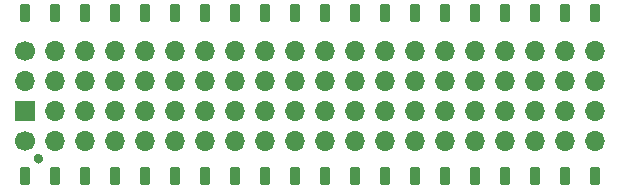
<source format=gbr>
%TF.GenerationSoftware,KiCad,Pcbnew,7.0.10-7.0.10~ubuntu22.04.1*%
%TF.CreationDate,2024-01-04T11:44:52-08:00*%
%TF.ProjectId,devel_adapter,64657665-6c5f-4616-9461-707465722e6b,rev?*%
%TF.SameCoordinates,Original*%
%TF.FileFunction,Copper,L1,Top*%
%TF.FilePolarity,Positive*%
%FSLAX46Y46*%
G04 Gerber Fmt 4.6, Leading zero omitted, Abs format (unit mm)*
G04 Created by KiCad (PCBNEW 7.0.10-7.0.10~ubuntu22.04.1) date 2024-01-04 11:44:52*
%MOMM*%
%LPD*%
G01*
G04 APERTURE LIST*
G04 Aperture macros list*
%AMRoundRect*
0 Rectangle with rounded corners*
0 $1 Rounding radius*
0 $2 $3 $4 $5 $6 $7 $8 $9 X,Y pos of 4 corners*
0 Add a 4 corners polygon primitive as box body*
4,1,4,$2,$3,$4,$5,$6,$7,$8,$9,$2,$3,0*
0 Add four circle primitives for the rounded corners*
1,1,$1+$1,$2,$3*
1,1,$1+$1,$4,$5*
1,1,$1+$1,$6,$7*
1,1,$1+$1,$8,$9*
0 Add four rect primitives between the rounded corners*
20,1,$1+$1,$2,$3,$4,$5,0*
20,1,$1+$1,$4,$5,$6,$7,0*
20,1,$1+$1,$6,$7,$8,$9,0*
20,1,$1+$1,$8,$9,$2,$3,0*%
G04 Aperture macros list end*
%TA.AperFunction,NonConductor*%
%ADD10C,0.409220*%
%TD*%
%TA.AperFunction,ComponentPad*%
%ADD11R,1.700000X1.700000*%
%TD*%
%TA.AperFunction,ComponentPad*%
%ADD12O,1.700000X1.700000*%
%TD*%
%TA.AperFunction,ComponentPad*%
%ADD13C,0.800000*%
%TD*%
%TA.AperFunction,SMDPad,CuDef*%
%ADD14RoundRect,0.225000X0.225000X-0.525000X0.225000X0.525000X-0.225000X0.525000X-0.225000X-0.525000X0*%
%TD*%
%TA.AperFunction,ComponentPad*%
%ADD15C,1.700000*%
%TD*%
G04 APERTURE END LIST*
D10*
X126449460Y-100681893D02*
G75*
G03*
X126040240Y-100681893I-204610J0D01*
G01*
X126040240Y-100681893D02*
G75*
G03*
X126449460Y-100681893I204610J0D01*
G01*
D11*
%TO.P,J1,1,Pin_1*%
%TO.N,/PIN1*%
X125095000Y-96635000D03*
D12*
%TO.P,J1,2,Pin_2*%
%TO.N,/PIN40*%
X125095000Y-94095000D03*
%TO.P,J1,3,Pin_3*%
%TO.N,/PIN2*%
X127635000Y-96635000D03*
%TO.P,J1,4,Pin_4*%
%TO.N,/PIN39*%
X127635000Y-94095000D03*
%TO.P,J1,5,Pin_5*%
%TO.N,/PIN3*%
X130175000Y-96635000D03*
%TO.P,J1,6,Pin_6*%
%TO.N,/PIN38*%
X130175000Y-94095000D03*
%TO.P,J1,7,Pin_7*%
%TO.N,/PIN4*%
X132715000Y-96635000D03*
%TO.P,J1,8,Pin_8*%
%TO.N,/PIN37*%
X132715000Y-94095000D03*
%TO.P,J1,9,Pin_9*%
%TO.N,/PIN5*%
X135255000Y-96635000D03*
%TO.P,J1,10,Pin_10*%
%TO.N,/PIN36*%
X135255000Y-94095000D03*
%TO.P,J1,11,Pin_11*%
%TO.N,/PIN6*%
X137795000Y-96635000D03*
%TO.P,J1,12,Pin_12*%
%TO.N,/PIN35*%
X137795000Y-94095000D03*
%TO.P,J1,13,Pin_13*%
%TO.N,/PIN7*%
X140335000Y-96635000D03*
%TO.P,J1,14,Pin_14*%
%TO.N,/PIN34*%
X140335000Y-94095000D03*
%TO.P,J1,15,Pin_15*%
%TO.N,/PIN8*%
X142875000Y-96635000D03*
%TO.P,J1,16,Pin_16*%
%TO.N,/PIN33*%
X142875000Y-94095000D03*
%TO.P,J1,17,Pin_17*%
%TO.N,/PIN9*%
X145415000Y-96635000D03*
%TO.P,J1,18,Pin_18*%
%TO.N,/PIN32*%
X145415000Y-94095000D03*
%TO.P,J1,19,Pin_19*%
%TO.N,/PIN10*%
X147955000Y-96635000D03*
%TO.P,J1,20,Pin_20*%
%TO.N,/PIN31*%
X147955000Y-94095000D03*
%TO.P,J1,21,Pin_21*%
%TO.N,/PIN11*%
X150495000Y-96635000D03*
%TO.P,J1,22,Pin_22*%
%TO.N,/PIN30*%
X150495000Y-94095000D03*
%TO.P,J1,23,Pin_23*%
%TO.N,/PIN12*%
X153035000Y-96635000D03*
%TO.P,J1,24,Pin_24*%
%TO.N,/PIN29*%
X153035000Y-94095000D03*
%TO.P,J1,25,Pin_25*%
%TO.N,/PIN13*%
X155575000Y-96635000D03*
%TO.P,J1,26,Pin_26*%
%TO.N,/PIN28*%
X155575000Y-94095000D03*
%TO.P,J1,27,Pin_27*%
%TO.N,/PIN14*%
X158115000Y-96635000D03*
%TO.P,J1,28,Pin_28*%
%TO.N,/PIN27*%
X158115000Y-94095000D03*
%TO.P,J1,29,Pin_29*%
%TO.N,/PIN15*%
X160655000Y-96635000D03*
%TO.P,J1,30,Pin_30*%
%TO.N,/PIN26*%
X160655000Y-94095000D03*
%TO.P,J1,31,Pin_31*%
%TO.N,/PIN16*%
X163195000Y-96635000D03*
%TO.P,J1,32,Pin_32*%
%TO.N,/PIN25*%
X163195000Y-94095000D03*
%TO.P,J1,33,Pin_33*%
%TO.N,/PIN17*%
X165735000Y-96635000D03*
%TO.P,J1,34,Pin_34*%
%TO.N,/PIN24*%
X165735000Y-94095000D03*
%TO.P,J1,35,Pin_35*%
%TO.N,/PIN18*%
X168275000Y-96635000D03*
%TO.P,J1,36,Pin_36*%
%TO.N,/PIN23*%
X168275000Y-94095000D03*
%TO.P,J1,37,Pin_37*%
%TO.N,/PIN19*%
X170815000Y-96635000D03*
%TO.P,J1,38,Pin_38*%
%TO.N,/PIN22*%
X170815000Y-94095000D03*
%TO.P,J1,39,Pin_39*%
%TO.N,/PIN20*%
X173355000Y-96635000D03*
%TO.P,J1,40,Pin_40*%
%TO.N,/PIN21*%
X173355000Y-94095000D03*
%TD*%
D13*
%TO.P,SOCKET1,1,Pin_1*%
%TO.N,/PIN1*%
X125095000Y-102120000D03*
D14*
X125095000Y-102120000D03*
D13*
%TO.P,SOCKET1,2,Pin_2*%
%TO.N,/PIN2*%
X127635000Y-102120000D03*
D14*
X127635000Y-102120000D03*
D13*
%TO.P,SOCKET1,3,Pin_3*%
%TO.N,/PIN3*%
X130175000Y-102120000D03*
D14*
X130175000Y-102120000D03*
D13*
%TO.P,SOCKET1,4,Pin_4*%
%TO.N,/PIN4*%
X132715000Y-102120000D03*
D14*
X132715000Y-102120000D03*
D13*
%TO.P,SOCKET1,5,Pin_5*%
%TO.N,/PIN5*%
X135255000Y-102120000D03*
D14*
X135255000Y-102120000D03*
D13*
%TO.P,SOCKET1,6,Pin_6*%
%TO.N,/PIN6*%
X137795000Y-102120000D03*
D14*
X137795000Y-102120000D03*
D13*
%TO.P,SOCKET1,7,Pin_7*%
%TO.N,/PIN7*%
X140335000Y-102120000D03*
D14*
X140335000Y-102120000D03*
D13*
%TO.P,SOCKET1,8,Pin_8*%
%TO.N,/PIN8*%
X142875000Y-102120000D03*
D14*
X142875000Y-102120000D03*
D13*
%TO.P,SOCKET1,9,Pin_9*%
%TO.N,/PIN9*%
X145415000Y-102120000D03*
D14*
X145415000Y-102120000D03*
D13*
%TO.P,SOCKET1,10,Pin_10*%
%TO.N,/PIN10*%
X147955000Y-102120000D03*
D14*
X147955000Y-102120000D03*
D13*
%TO.P,SOCKET1,11,Pin_11*%
%TO.N,/PIN11*%
X150495000Y-102120000D03*
D14*
X150495000Y-102120000D03*
D13*
%TO.P,SOCKET1,12,Pin_12*%
%TO.N,/PIN12*%
X153035000Y-102120000D03*
D14*
X153035000Y-102120000D03*
D13*
%TO.P,SOCKET1,13,Pin_13*%
%TO.N,/PIN13*%
X155575000Y-102120000D03*
D14*
X155575000Y-102120000D03*
D13*
%TO.P,SOCKET1,14,Pin_14*%
%TO.N,/PIN14*%
X158115000Y-102120000D03*
D14*
X158115000Y-102120000D03*
D13*
%TO.P,SOCKET1,15,Pin_15*%
%TO.N,/PIN15*%
X160655000Y-102120000D03*
D14*
X160655000Y-102120000D03*
D13*
%TO.P,SOCKET1,16,Pin_16*%
%TO.N,/PIN16*%
X163195000Y-102120000D03*
D14*
X163195000Y-102120000D03*
D13*
%TO.P,SOCKET1,17,Pin_17*%
%TO.N,/PIN17*%
X165735000Y-102120000D03*
D14*
X165735000Y-102120000D03*
D13*
%TO.P,SOCKET1,18,Pin_18*%
%TO.N,/PIN18*%
X168275000Y-102120000D03*
D14*
X168275000Y-102120000D03*
D13*
%TO.P,SOCKET1,19,Pin_19*%
%TO.N,/PIN19*%
X170815000Y-102120000D03*
D14*
X170815000Y-102120000D03*
D13*
%TO.P,SOCKET1,20,Pin_20*%
%TO.N,/PIN20*%
X173355000Y-102120000D03*
D14*
X173355000Y-102120000D03*
D13*
%TO.P,SOCKET1,21,Pin_21*%
%TO.N,/PIN21*%
X173355000Y-88380000D03*
D14*
X173355000Y-88380000D03*
D13*
%TO.P,SOCKET1,22,Pin_22*%
%TO.N,/PIN22*%
X170815000Y-88380000D03*
D14*
X170815000Y-88380000D03*
D13*
%TO.P,SOCKET1,23,Pin_23*%
%TO.N,/PIN23*%
X168275000Y-88380000D03*
D14*
X168275000Y-88380000D03*
D13*
%TO.P,SOCKET1,24,Pin_24*%
%TO.N,/PIN24*%
X165735000Y-88380000D03*
D14*
X165735000Y-88380000D03*
D13*
%TO.P,SOCKET1,25,Pin_25*%
%TO.N,/PIN25*%
X163195000Y-88380000D03*
D14*
X163195000Y-88380000D03*
D13*
%TO.P,SOCKET1,26,Pin_26*%
%TO.N,/PIN26*%
X160655000Y-88380000D03*
D14*
X160655000Y-88380000D03*
D13*
%TO.P,SOCKET1,27,Pin_27*%
%TO.N,/PIN27*%
X158115000Y-88380000D03*
D14*
X158115000Y-88380000D03*
D13*
%TO.P,SOCKET1,28,Pin_28*%
%TO.N,/PIN28*%
X155575000Y-88380000D03*
D14*
X155575000Y-88380000D03*
D13*
%TO.P,SOCKET1,29,Pin_29*%
%TO.N,/PIN29*%
X153035000Y-88380000D03*
D14*
X153035000Y-88380000D03*
D13*
%TO.P,SOCKET1,30,Pin_30*%
%TO.N,/PIN30*%
X150495000Y-88380000D03*
D14*
X150495000Y-88380000D03*
D13*
%TO.P,SOCKET1,31,Pin_31*%
%TO.N,/PIN31*%
X147955000Y-88380000D03*
D14*
X147955000Y-88380000D03*
D13*
%TO.P,SOCKET1,32,Pin_32*%
%TO.N,/PIN32*%
X145415000Y-88380000D03*
D14*
X145415000Y-88380000D03*
D13*
%TO.P,SOCKET1,33,Pin_33*%
%TO.N,/PIN33*%
X142875000Y-88380000D03*
D14*
X142875000Y-88380000D03*
D13*
%TO.P,SOCKET1,34,Pin_34*%
%TO.N,/PIN34*%
X140335000Y-88380000D03*
D14*
X140335000Y-88380000D03*
D13*
%TO.P,SOCKET1,35,Pin_35*%
%TO.N,/PIN35*%
X137795000Y-88380000D03*
D14*
X137795000Y-88380000D03*
D13*
%TO.P,SOCKET1,36,Pin_36*%
%TO.N,/PIN36*%
X135255000Y-88380000D03*
D14*
X135255000Y-88380000D03*
D13*
%TO.P,SOCKET1,37,Pin_37*%
%TO.N,/PIN37*%
X132715000Y-88380000D03*
D14*
X132715000Y-88380000D03*
D13*
%TO.P,SOCKET1,38,Pin_38*%
%TO.N,/PIN38*%
X130175000Y-88380000D03*
D14*
X130175000Y-88380000D03*
D13*
%TO.P,SOCKET1,39,Pin_39*%
%TO.N,/PIN39*%
X127635000Y-88380000D03*
D14*
X127635000Y-88380000D03*
D13*
%TO.P,SOCKET1,40,Pin_40*%
%TO.N,/PIN40*%
X125095000Y-88380000D03*
D14*
X125095000Y-88380000D03*
%TD*%
D15*
%TO.P,J2,1,Pin_1*%
%TO.N,/PIN40*%
X125095000Y-91555000D03*
D12*
%TO.P,J2,2,Pin_2*%
%TO.N,/PIN39*%
X127635000Y-91555000D03*
%TO.P,J2,3,Pin_3*%
%TO.N,/PIN38*%
X130175000Y-91555000D03*
%TO.P,J2,4,Pin_4*%
%TO.N,/PIN37*%
X132715000Y-91555000D03*
%TO.P,J2,5,Pin_5*%
%TO.N,/PIN36*%
X135255000Y-91555000D03*
%TO.P,J2,6,Pin_6*%
%TO.N,/PIN35*%
X137795000Y-91555000D03*
%TO.P,J2,7,Pin_7*%
%TO.N,/PIN34*%
X140335000Y-91555000D03*
%TO.P,J2,8,Pin_8*%
%TO.N,/PIN33*%
X142875000Y-91555000D03*
%TO.P,J2,9,Pin_9*%
%TO.N,/PIN32*%
X145415000Y-91555000D03*
%TO.P,J2,10,Pin_10*%
%TO.N,/PIN31*%
X147955000Y-91555000D03*
%TO.P,J2,11,Pin_11*%
%TO.N,/PIN30*%
X150495000Y-91555000D03*
%TO.P,J2,12,Pin_12*%
%TO.N,/PIN29*%
X153035000Y-91555000D03*
%TO.P,J2,13,Pin_13*%
%TO.N,/PIN28*%
X155575000Y-91555000D03*
%TO.P,J2,14,Pin_14*%
%TO.N,/PIN27*%
X158115000Y-91555000D03*
%TO.P,J2,15,Pin_15*%
%TO.N,/PIN26*%
X160655000Y-91555000D03*
%TO.P,J2,16,Pin_16*%
%TO.N,/PIN25*%
X163195000Y-91555000D03*
%TO.P,J2,17,Pin_17*%
%TO.N,/PIN24*%
X165735000Y-91555000D03*
%TO.P,J2,18,Pin_18*%
%TO.N,/PIN23*%
X168275000Y-91555000D03*
%TO.P,J2,19,Pin_19*%
%TO.N,/PIN22*%
X170815000Y-91555000D03*
%TO.P,J2,20,Pin_20*%
%TO.N,/PIN21*%
X173355000Y-91555000D03*
%TD*%
D15*
%TO.P,J3,1,Pin_1*%
%TO.N,/PIN1*%
X125095000Y-99175000D03*
D12*
%TO.P,J3,2,Pin_2*%
%TO.N,/PIN2*%
X127635000Y-99175000D03*
%TO.P,J3,3,Pin_3*%
%TO.N,/PIN3*%
X130175000Y-99175000D03*
%TO.P,J3,4,Pin_4*%
%TO.N,/PIN4*%
X132715000Y-99175000D03*
%TO.P,J3,5,Pin_5*%
%TO.N,/PIN5*%
X135255000Y-99175000D03*
%TO.P,J3,6,Pin_6*%
%TO.N,/PIN6*%
X137795000Y-99175000D03*
%TO.P,J3,7,Pin_7*%
%TO.N,/PIN7*%
X140335000Y-99175000D03*
%TO.P,J3,8,Pin_8*%
%TO.N,/PIN8*%
X142875000Y-99175000D03*
%TO.P,J3,9,Pin_9*%
%TO.N,/PIN9*%
X145415000Y-99175000D03*
%TO.P,J3,10,Pin_10*%
%TO.N,/PIN10*%
X147955000Y-99175000D03*
%TO.P,J3,11,Pin_11*%
%TO.N,/PIN11*%
X150495000Y-99175000D03*
%TO.P,J3,12,Pin_12*%
%TO.N,/PIN12*%
X153035000Y-99175000D03*
%TO.P,J3,13,Pin_13*%
%TO.N,/PIN13*%
X155575000Y-99175000D03*
%TO.P,J3,14,Pin_14*%
%TO.N,/PIN14*%
X158115000Y-99175000D03*
%TO.P,J3,15,Pin_15*%
%TO.N,/PIN15*%
X160655000Y-99175000D03*
%TO.P,J3,16,Pin_16*%
%TO.N,/PIN16*%
X163195000Y-99175000D03*
%TO.P,J3,17,Pin_17*%
%TO.N,/PIN17*%
X165735000Y-99175000D03*
%TO.P,J3,18,Pin_18*%
%TO.N,/PIN18*%
X168275000Y-99175000D03*
%TO.P,J3,19,Pin_19*%
%TO.N,/PIN19*%
X170815000Y-99175000D03*
%TO.P,J3,20,Pin_20*%
%TO.N,/PIN20*%
X173355000Y-99175000D03*
%TD*%
M02*

</source>
